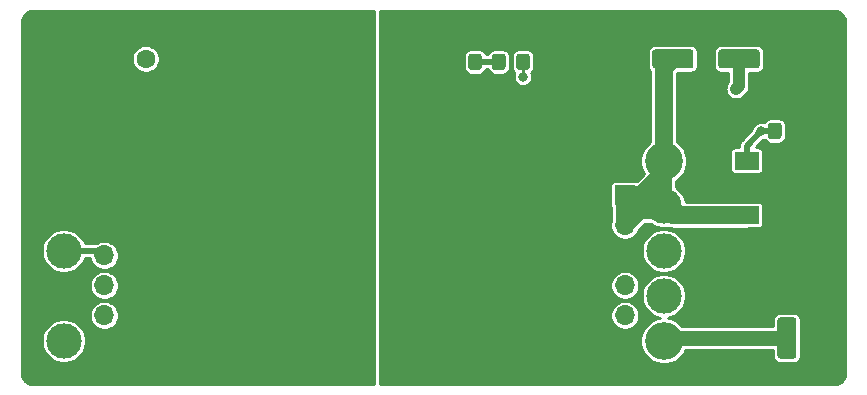
<source format=gbr>
%TF.GenerationSoftware,KiCad,Pcbnew,(5.1.12)-1*%
%TF.CreationDate,2022-03-31T08:39:47-05:00*%
%TF.ProjectId,Power_Board,506f7765-725f-4426-9f61-72642e6b6963,rev?*%
%TF.SameCoordinates,Original*%
%TF.FileFunction,Copper,L1,Top*%
%TF.FilePolarity,Positive*%
%FSLAX46Y46*%
G04 Gerber Fmt 4.6, Leading zero omitted, Abs format (unit mm)*
G04 Created by KiCad (PCBNEW (5.1.12)-1) date 2022-03-31 08:39:47*
%MOMM*%
%LPD*%
G01*
G04 APERTURE LIST*
%TA.AperFunction,SMDPad,CuDef*%
%ADD10R,2.000000X3.800000*%
%TD*%
%TA.AperFunction,SMDPad,CuDef*%
%ADD11R,2.000000X1.500000*%
%TD*%
%TA.AperFunction,ComponentPad*%
%ADD12C,3.000000*%
%TD*%
%TA.AperFunction,ComponentPad*%
%ADD13C,3.200000*%
%TD*%
%TA.AperFunction,ComponentPad*%
%ADD14R,1.600000X1.600000*%
%TD*%
%TA.AperFunction,ComponentPad*%
%ADD15C,1.600000*%
%TD*%
%TA.AperFunction,ComponentPad*%
%ADD16R,1.700000X1.700000*%
%TD*%
%TA.AperFunction,ComponentPad*%
%ADD17O,1.700000X1.700000*%
%TD*%
%TA.AperFunction,ViaPad*%
%ADD18C,0.800000*%
%TD*%
%TA.AperFunction,Conductor*%
%ADD19C,1.524000*%
%TD*%
%TA.AperFunction,Conductor*%
%ADD20C,1.270000*%
%TD*%
%TA.AperFunction,Conductor*%
%ADD21C,0.508000*%
%TD*%
%TA.AperFunction,Conductor*%
%ADD22C,0.254000*%
%TD*%
%TA.AperFunction,Conductor*%
%ADD23C,1.016000*%
%TD*%
%TA.AperFunction,Conductor*%
%ADD24C,0.100000*%
%TD*%
G04 APERTURE END LIST*
%TO.P,C10,2*%
%TO.N,GND*%
%TA.AperFunction,SMDPad,CuDef*%
G36*
G01*
X178493000Y-81337999D02*
X178493000Y-82238001D01*
G75*
G02*
X178243001Y-82488000I-249999J0D01*
G01*
X177592999Y-82488000D01*
G75*
G02*
X177343000Y-82238001I0J249999D01*
G01*
X177343000Y-81337999D01*
G75*
G02*
X177592999Y-81088000I249999J0D01*
G01*
X178243001Y-81088000D01*
G75*
G02*
X178493000Y-81337999I0J-249999D01*
G01*
G37*
%TD.AperFunction*%
%TO.P,C10,1*%
%TO.N,+3V3*%
%TA.AperFunction,SMDPad,CuDef*%
G36*
G01*
X180543000Y-81337999D02*
X180543000Y-82238001D01*
G75*
G02*
X180293001Y-82488000I-249999J0D01*
G01*
X179642999Y-82488000D01*
G75*
G02*
X179393000Y-82238001I0J249999D01*
G01*
X179393000Y-81337999D01*
G75*
G02*
X179642999Y-81088000I249999J0D01*
G01*
X180293001Y-81088000D01*
G75*
G02*
X180543000Y-81337999I0J-249999D01*
G01*
G37*
%TD.AperFunction*%
%TD*%
D10*
%TO.P,U4,2*%
%TO.N,+3V3*%
X181839000Y-86614000D03*
D11*
X175539000Y-86614000D03*
%TO.P,U4,3*%
%TO.N,+12V*%
X175539000Y-88914000D03*
%TO.P,U4,1*%
%TO.N,GND*%
X175539000Y-84314000D03*
%TD*%
D12*
%TO.P,U5,1*%
%TO.N,VOUT+*%
X117729000Y-84328000D03*
%TO.P,U5,2*%
%TO.N,PWRGD*%
X117729000Y-91948000D03*
%TO.P,U5,3*%
%TO.N,VOUT-*%
X117729000Y-99568000D03*
D13*
%TO.P,U5,4*%
%TO.N,GND*%
X168529000Y-99568000D03*
D12*
%TO.P,U5,5*%
X168529000Y-95758000D03*
%TO.P,U5,6*%
%TO.N,Net-(U5-Pad6)*%
X168529000Y-91948000D03*
%TO.P,U5,7*%
%TO.N,+12V*%
X168529000Y-88138000D03*
D13*
%TO.P,U5,8*%
X168529000Y-84328000D03*
%TD*%
%TO.P,C9,2*%
%TO.N,GND*%
%TA.AperFunction,SMDPad,CuDef*%
G36*
G01*
X178393000Y-97570000D02*
X179493000Y-97570000D01*
G75*
G02*
X179743000Y-97820000I0J-250000D01*
G01*
X179743000Y-100820000D01*
G75*
G02*
X179493000Y-101070000I-250000J0D01*
G01*
X178393000Y-101070000D01*
G75*
G02*
X178143000Y-100820000I0J250000D01*
G01*
X178143000Y-97820000D01*
G75*
G02*
X178393000Y-97570000I250000J0D01*
G01*
G37*
%TD.AperFunction*%
%TO.P,C9,1*%
%TO.N,+3V3*%
%TA.AperFunction,SMDPad,CuDef*%
G36*
G01*
X178393000Y-91970000D02*
X179493000Y-91970000D01*
G75*
G02*
X179743000Y-92220000I0J-250000D01*
G01*
X179743000Y-95220000D01*
G75*
G02*
X179493000Y-95470000I-250000J0D01*
G01*
X178393000Y-95470000D01*
G75*
G02*
X178143000Y-95220000I0J250000D01*
G01*
X178143000Y-92220000D01*
G75*
G02*
X178393000Y-91970000I250000J0D01*
G01*
G37*
%TD.AperFunction*%
%TD*%
D14*
%TO.P,C40,1*%
%TO.N,VOUT+*%
X121158000Y-75692000D03*
D15*
%TO.P,C40,2*%
%TO.N,VOUT-*%
X124658000Y-75692000D03*
%TD*%
%TO.P,D7,2*%
%TO.N,Net-(D7-Pad2)*%
%TA.AperFunction,SMDPad,CuDef*%
G36*
G01*
X155125000Y-75495999D02*
X155125000Y-76396001D01*
G75*
G02*
X154875001Y-76646000I-249999J0D01*
G01*
X154224999Y-76646000D01*
G75*
G02*
X153975000Y-76396001I0J249999D01*
G01*
X153975000Y-75495999D01*
G75*
G02*
X154224999Y-75246000I249999J0D01*
G01*
X154875001Y-75246000D01*
G75*
G02*
X155125000Y-75495999I0J-249999D01*
G01*
G37*
%TD.AperFunction*%
%TO.P,D7,1*%
%TO.N,GND*%
%TA.AperFunction,SMDPad,CuDef*%
G36*
G01*
X157175000Y-75495999D02*
X157175000Y-76396001D01*
G75*
G02*
X156925001Y-76646000I-249999J0D01*
G01*
X156274999Y-76646000D01*
G75*
G02*
X156025000Y-76396001I0J249999D01*
G01*
X156025000Y-75495999D01*
G75*
G02*
X156274999Y-75246000I249999J0D01*
G01*
X156925001Y-75246000D01*
G75*
G02*
X157175000Y-75495999I0J-249999D01*
G01*
G37*
%TD.AperFunction*%
%TD*%
%TO.P,R39,2*%
%TO.N,+3V3*%
%TA.AperFunction,SMDPad,CuDef*%
G36*
G01*
X151061000Y-75495999D02*
X151061000Y-76396001D01*
G75*
G02*
X150811001Y-76646000I-249999J0D01*
G01*
X150160999Y-76646000D01*
G75*
G02*
X149911000Y-76396001I0J249999D01*
G01*
X149911000Y-75495999D01*
G75*
G02*
X150160999Y-75246000I249999J0D01*
G01*
X150811001Y-75246000D01*
G75*
G02*
X151061000Y-75495999I0J-249999D01*
G01*
G37*
%TD.AperFunction*%
%TO.P,R39,1*%
%TO.N,Net-(D7-Pad2)*%
%TA.AperFunction,SMDPad,CuDef*%
G36*
G01*
X153111000Y-75495999D02*
X153111000Y-76396001D01*
G75*
G02*
X152861001Y-76646000I-249999J0D01*
G01*
X152210999Y-76646000D01*
G75*
G02*
X151961000Y-76396001I0J249999D01*
G01*
X151961000Y-75495999D01*
G75*
G02*
X152210999Y-75246000I249999J0D01*
G01*
X152861001Y-75246000D01*
G75*
G02*
X153111000Y-75495999I0J-249999D01*
G01*
G37*
%TD.AperFunction*%
%TD*%
%TO.P,C8,1*%
%TO.N,+12V*%
%TA.AperFunction,SMDPad,CuDef*%
G36*
G01*
X167535000Y-76242000D02*
X167535000Y-75142000D01*
G75*
G02*
X167785000Y-74892000I250000J0D01*
G01*
X170785000Y-74892000D01*
G75*
G02*
X171035000Y-75142000I0J-250000D01*
G01*
X171035000Y-76242000D01*
G75*
G02*
X170785000Y-76492000I-250000J0D01*
G01*
X167785000Y-76492000D01*
G75*
G02*
X167535000Y-76242000I0J250000D01*
G01*
G37*
%TD.AperFunction*%
%TO.P,C8,2*%
%TO.N,GND*%
%TA.AperFunction,SMDPad,CuDef*%
G36*
G01*
X173135000Y-76242000D02*
X173135000Y-75142000D01*
G75*
G02*
X173385000Y-74892000I250000J0D01*
G01*
X176385000Y-74892000D01*
G75*
G02*
X176635000Y-75142000I0J-250000D01*
G01*
X176635000Y-76242000D01*
G75*
G02*
X176385000Y-76492000I-250000J0D01*
G01*
X173385000Y-76492000D01*
G75*
G02*
X173135000Y-76242000I0J250000D01*
G01*
G37*
%TD.AperFunction*%
%TD*%
D16*
%TO.P,J5,1*%
%TO.N,VOUT+*%
X121158000Y-87249000D03*
D17*
%TO.P,J5,2*%
X121158000Y-89789000D03*
%TO.P,J5,3*%
%TO.N,PWRGD*%
X121158000Y-92329000D03*
%TO.P,J5,4*%
%TO.N,VOUT-*%
X121158000Y-94869000D03*
%TO.P,J5,5*%
X121158000Y-97409000D03*
%TD*%
%TO.P,J10,5*%
%TO.N,GND*%
X165227000Y-97409000D03*
%TO.P,J10,4*%
X165227000Y-94869000D03*
%TO.P,J10,3*%
%TO.N,+3V3*%
X165227000Y-92329000D03*
%TO.P,J10,2*%
%TO.N,+12V*%
X165227000Y-89789000D03*
D16*
%TO.P,J10,1*%
X165227000Y-87249000D03*
%TD*%
D18*
%TO.N,GND*%
X156591000Y-77216000D03*
X176784000Y-81788000D03*
X174625000Y-78232000D03*
%TD*%
D19*
%TO.N,+3V3*%
X175539000Y-86614000D02*
X181839000Y-86614000D01*
D20*
X179968000Y-84743000D02*
X181839000Y-86614000D01*
X179968000Y-81788000D02*
X179968000Y-84743000D01*
X181839000Y-90824000D02*
X178943000Y-93720000D01*
X181839000Y-86614000D02*
X181839000Y-90824000D01*
D21*
%TO.N,PWRGD*%
X120777000Y-91948000D02*
X121158000Y-92329000D01*
X117729000Y-91948000D02*
X120777000Y-91948000D01*
D20*
%TO.N,+12V*%
X168529000Y-84328000D02*
X168529000Y-88138000D01*
D19*
X169305000Y-88914000D02*
X175539000Y-88914000D01*
X168529000Y-88138000D02*
X169305000Y-88914000D01*
X168529000Y-76448000D02*
X169285000Y-75692000D01*
X168529000Y-84328000D02*
X168529000Y-76448000D01*
X165227000Y-87249000D02*
X165227000Y-89789000D01*
X167640000Y-87249000D02*
X168529000Y-88138000D01*
X165227000Y-87249000D02*
X167640000Y-87249000D01*
X165227000Y-87249000D02*
X166624000Y-87249000D01*
X168529000Y-85344000D02*
X168529000Y-84328000D01*
X166624000Y-87249000D02*
X168529000Y-85344000D01*
X165227000Y-89789000D02*
X166497000Y-88519000D01*
X168148000Y-88519000D02*
X168529000Y-88138000D01*
X166497000Y-88519000D02*
X168148000Y-88519000D01*
D22*
%TO.N,GND*%
X156600000Y-77207000D02*
X156591000Y-77216000D01*
X156600000Y-75946000D02*
X156600000Y-77207000D01*
D21*
X177918000Y-81788000D02*
X176784000Y-81788000D01*
X175539000Y-83033000D02*
X176784000Y-81788000D01*
X175539000Y-84314000D02*
X175539000Y-83033000D01*
D20*
X168777000Y-99320000D02*
X168529000Y-99568000D01*
X178943000Y-99320000D02*
X168777000Y-99320000D01*
D23*
X174885000Y-77972000D02*
X174625000Y-78232000D01*
X174885000Y-75692000D02*
X174885000Y-77972000D01*
D21*
%TO.N,Net-(D7-Pad2)*%
X152536000Y-75946000D02*
X154550000Y-75946000D01*
%TD*%
D22*
%TO.N,VOUT+*%
X144018000Y-103226000D02*
X115081854Y-103226000D01*
X114894559Y-103207636D01*
X114733497Y-103159008D01*
X114584949Y-103080023D01*
X114454570Y-102973689D01*
X114347326Y-102844054D01*
X114267305Y-102696058D01*
X114217554Y-102535339D01*
X114198000Y-102349293D01*
X114198000Y-99382738D01*
X115848000Y-99382738D01*
X115848000Y-99753262D01*
X115920286Y-100116667D01*
X116062080Y-100458987D01*
X116267932Y-100767067D01*
X116529933Y-101029068D01*
X116838013Y-101234920D01*
X117180333Y-101376714D01*
X117543738Y-101449000D01*
X117914262Y-101449000D01*
X118277667Y-101376714D01*
X118619987Y-101234920D01*
X118928067Y-101029068D01*
X119190068Y-100767067D01*
X119395920Y-100458987D01*
X119537714Y-100116667D01*
X119610000Y-99753262D01*
X119610000Y-99382738D01*
X119537714Y-99019333D01*
X119395920Y-98677013D01*
X119190068Y-98368933D01*
X118928067Y-98106932D01*
X118619987Y-97901080D01*
X118277667Y-97759286D01*
X117914262Y-97687000D01*
X117543738Y-97687000D01*
X117180333Y-97759286D01*
X116838013Y-97901080D01*
X116529933Y-98106932D01*
X116267932Y-98368933D01*
X116062080Y-98677013D01*
X115920286Y-99019333D01*
X115848000Y-99382738D01*
X114198000Y-99382738D01*
X114198000Y-97287757D01*
X119927000Y-97287757D01*
X119927000Y-97530243D01*
X119974307Y-97768069D01*
X120067102Y-97992097D01*
X120201820Y-98193717D01*
X120373283Y-98365180D01*
X120574903Y-98499898D01*
X120798931Y-98592693D01*
X121036757Y-98640000D01*
X121279243Y-98640000D01*
X121517069Y-98592693D01*
X121741097Y-98499898D01*
X121942717Y-98365180D01*
X122114180Y-98193717D01*
X122248898Y-97992097D01*
X122341693Y-97768069D01*
X122389000Y-97530243D01*
X122389000Y-97287757D01*
X122341693Y-97049931D01*
X122248898Y-96825903D01*
X122114180Y-96624283D01*
X121942717Y-96452820D01*
X121741097Y-96318102D01*
X121517069Y-96225307D01*
X121279243Y-96178000D01*
X121036757Y-96178000D01*
X120798931Y-96225307D01*
X120574903Y-96318102D01*
X120373283Y-96452820D01*
X120201820Y-96624283D01*
X120067102Y-96825903D01*
X119974307Y-97049931D01*
X119927000Y-97287757D01*
X114198000Y-97287757D01*
X114198000Y-94747757D01*
X119927000Y-94747757D01*
X119927000Y-94990243D01*
X119974307Y-95228069D01*
X120067102Y-95452097D01*
X120201820Y-95653717D01*
X120373283Y-95825180D01*
X120574903Y-95959898D01*
X120798931Y-96052693D01*
X121036757Y-96100000D01*
X121279243Y-96100000D01*
X121517069Y-96052693D01*
X121741097Y-95959898D01*
X121942717Y-95825180D01*
X122114180Y-95653717D01*
X122248898Y-95452097D01*
X122341693Y-95228069D01*
X122389000Y-94990243D01*
X122389000Y-94747757D01*
X122341693Y-94509931D01*
X122248898Y-94285903D01*
X122114180Y-94084283D01*
X121942717Y-93912820D01*
X121741097Y-93778102D01*
X121517069Y-93685307D01*
X121279243Y-93638000D01*
X121036757Y-93638000D01*
X120798931Y-93685307D01*
X120574903Y-93778102D01*
X120373283Y-93912820D01*
X120201820Y-94084283D01*
X120067102Y-94285903D01*
X119974307Y-94509931D01*
X119927000Y-94747757D01*
X114198000Y-94747757D01*
X114198000Y-91762738D01*
X115848000Y-91762738D01*
X115848000Y-92133262D01*
X115920286Y-92496667D01*
X116062080Y-92838987D01*
X116267932Y-93147067D01*
X116529933Y-93409068D01*
X116838013Y-93614920D01*
X117180333Y-93756714D01*
X117543738Y-93829000D01*
X117914262Y-93829000D01*
X118277667Y-93756714D01*
X118619987Y-93614920D01*
X118928067Y-93409068D01*
X119190068Y-93147067D01*
X119395920Y-92838987D01*
X119501954Y-92583000D01*
X119953407Y-92583000D01*
X119974307Y-92688069D01*
X120067102Y-92912097D01*
X120201820Y-93113717D01*
X120373283Y-93285180D01*
X120574903Y-93419898D01*
X120798931Y-93512693D01*
X121036757Y-93560000D01*
X121279243Y-93560000D01*
X121517069Y-93512693D01*
X121741097Y-93419898D01*
X121942717Y-93285180D01*
X122114180Y-93113717D01*
X122248898Y-92912097D01*
X122341693Y-92688069D01*
X122389000Y-92450243D01*
X122389000Y-92207757D01*
X122341693Y-91969931D01*
X122248898Y-91745903D01*
X122114180Y-91544283D01*
X121942717Y-91372820D01*
X121741097Y-91238102D01*
X121517069Y-91145307D01*
X121279243Y-91098000D01*
X121036757Y-91098000D01*
X120798931Y-91145307D01*
X120574903Y-91238102D01*
X120462810Y-91313000D01*
X119501954Y-91313000D01*
X119395920Y-91057013D01*
X119190068Y-90748933D01*
X118928067Y-90486932D01*
X118619987Y-90281080D01*
X118277667Y-90139286D01*
X117914262Y-90067000D01*
X117543738Y-90067000D01*
X117180333Y-90139286D01*
X116838013Y-90281080D01*
X116529933Y-90486932D01*
X116267932Y-90748933D01*
X116062080Y-91057013D01*
X115920286Y-91399333D01*
X115848000Y-91762738D01*
X114198000Y-91762738D01*
X114198000Y-75575682D01*
X123477000Y-75575682D01*
X123477000Y-75808318D01*
X123522386Y-76036485D01*
X123611412Y-76251413D01*
X123740658Y-76444843D01*
X123905157Y-76609342D01*
X124098587Y-76738588D01*
X124313515Y-76827614D01*
X124541682Y-76873000D01*
X124774318Y-76873000D01*
X125002485Y-76827614D01*
X125217413Y-76738588D01*
X125410843Y-76609342D01*
X125575342Y-76444843D01*
X125704588Y-76251413D01*
X125793614Y-76036485D01*
X125839000Y-75808318D01*
X125839000Y-75575682D01*
X125793614Y-75347515D01*
X125704588Y-75132587D01*
X125575342Y-74939157D01*
X125410843Y-74774658D01*
X125217413Y-74645412D01*
X125002485Y-74556386D01*
X124774318Y-74511000D01*
X124541682Y-74511000D01*
X124313515Y-74556386D01*
X124098587Y-74645412D01*
X123905157Y-74774658D01*
X123740658Y-74939157D01*
X123611412Y-75132587D01*
X123522386Y-75347515D01*
X123477000Y-75575682D01*
X114198000Y-75575682D01*
X114198000Y-72536854D01*
X114216364Y-72349559D01*
X114264992Y-72188499D01*
X114343979Y-72039946D01*
X114450310Y-71909570D01*
X114579946Y-71802326D01*
X114727942Y-71722305D01*
X114888661Y-71672554D01*
X115074707Y-71653000D01*
X144018000Y-71653000D01*
X144018000Y-103226000D01*
%TA.AperFunction,Conductor*%
D24*
G36*
X144018000Y-103226000D02*
G01*
X115081854Y-103226000D01*
X114894559Y-103207636D01*
X114733497Y-103159008D01*
X114584949Y-103080023D01*
X114454570Y-102973689D01*
X114347326Y-102844054D01*
X114267305Y-102696058D01*
X114217554Y-102535339D01*
X114198000Y-102349293D01*
X114198000Y-99382738D01*
X115848000Y-99382738D01*
X115848000Y-99753262D01*
X115920286Y-100116667D01*
X116062080Y-100458987D01*
X116267932Y-100767067D01*
X116529933Y-101029068D01*
X116838013Y-101234920D01*
X117180333Y-101376714D01*
X117543738Y-101449000D01*
X117914262Y-101449000D01*
X118277667Y-101376714D01*
X118619987Y-101234920D01*
X118928067Y-101029068D01*
X119190068Y-100767067D01*
X119395920Y-100458987D01*
X119537714Y-100116667D01*
X119610000Y-99753262D01*
X119610000Y-99382738D01*
X119537714Y-99019333D01*
X119395920Y-98677013D01*
X119190068Y-98368933D01*
X118928067Y-98106932D01*
X118619987Y-97901080D01*
X118277667Y-97759286D01*
X117914262Y-97687000D01*
X117543738Y-97687000D01*
X117180333Y-97759286D01*
X116838013Y-97901080D01*
X116529933Y-98106932D01*
X116267932Y-98368933D01*
X116062080Y-98677013D01*
X115920286Y-99019333D01*
X115848000Y-99382738D01*
X114198000Y-99382738D01*
X114198000Y-97287757D01*
X119927000Y-97287757D01*
X119927000Y-97530243D01*
X119974307Y-97768069D01*
X120067102Y-97992097D01*
X120201820Y-98193717D01*
X120373283Y-98365180D01*
X120574903Y-98499898D01*
X120798931Y-98592693D01*
X121036757Y-98640000D01*
X121279243Y-98640000D01*
X121517069Y-98592693D01*
X121741097Y-98499898D01*
X121942717Y-98365180D01*
X122114180Y-98193717D01*
X122248898Y-97992097D01*
X122341693Y-97768069D01*
X122389000Y-97530243D01*
X122389000Y-97287757D01*
X122341693Y-97049931D01*
X122248898Y-96825903D01*
X122114180Y-96624283D01*
X121942717Y-96452820D01*
X121741097Y-96318102D01*
X121517069Y-96225307D01*
X121279243Y-96178000D01*
X121036757Y-96178000D01*
X120798931Y-96225307D01*
X120574903Y-96318102D01*
X120373283Y-96452820D01*
X120201820Y-96624283D01*
X120067102Y-96825903D01*
X119974307Y-97049931D01*
X119927000Y-97287757D01*
X114198000Y-97287757D01*
X114198000Y-94747757D01*
X119927000Y-94747757D01*
X119927000Y-94990243D01*
X119974307Y-95228069D01*
X120067102Y-95452097D01*
X120201820Y-95653717D01*
X120373283Y-95825180D01*
X120574903Y-95959898D01*
X120798931Y-96052693D01*
X121036757Y-96100000D01*
X121279243Y-96100000D01*
X121517069Y-96052693D01*
X121741097Y-95959898D01*
X121942717Y-95825180D01*
X122114180Y-95653717D01*
X122248898Y-95452097D01*
X122341693Y-95228069D01*
X122389000Y-94990243D01*
X122389000Y-94747757D01*
X122341693Y-94509931D01*
X122248898Y-94285903D01*
X122114180Y-94084283D01*
X121942717Y-93912820D01*
X121741097Y-93778102D01*
X121517069Y-93685307D01*
X121279243Y-93638000D01*
X121036757Y-93638000D01*
X120798931Y-93685307D01*
X120574903Y-93778102D01*
X120373283Y-93912820D01*
X120201820Y-94084283D01*
X120067102Y-94285903D01*
X119974307Y-94509931D01*
X119927000Y-94747757D01*
X114198000Y-94747757D01*
X114198000Y-91762738D01*
X115848000Y-91762738D01*
X115848000Y-92133262D01*
X115920286Y-92496667D01*
X116062080Y-92838987D01*
X116267932Y-93147067D01*
X116529933Y-93409068D01*
X116838013Y-93614920D01*
X117180333Y-93756714D01*
X117543738Y-93829000D01*
X117914262Y-93829000D01*
X118277667Y-93756714D01*
X118619987Y-93614920D01*
X118928067Y-93409068D01*
X119190068Y-93147067D01*
X119395920Y-92838987D01*
X119501954Y-92583000D01*
X119953407Y-92583000D01*
X119974307Y-92688069D01*
X120067102Y-92912097D01*
X120201820Y-93113717D01*
X120373283Y-93285180D01*
X120574903Y-93419898D01*
X120798931Y-93512693D01*
X121036757Y-93560000D01*
X121279243Y-93560000D01*
X121517069Y-93512693D01*
X121741097Y-93419898D01*
X121942717Y-93285180D01*
X122114180Y-93113717D01*
X122248898Y-92912097D01*
X122341693Y-92688069D01*
X122389000Y-92450243D01*
X122389000Y-92207757D01*
X122341693Y-91969931D01*
X122248898Y-91745903D01*
X122114180Y-91544283D01*
X121942717Y-91372820D01*
X121741097Y-91238102D01*
X121517069Y-91145307D01*
X121279243Y-91098000D01*
X121036757Y-91098000D01*
X120798931Y-91145307D01*
X120574903Y-91238102D01*
X120462810Y-91313000D01*
X119501954Y-91313000D01*
X119395920Y-91057013D01*
X119190068Y-90748933D01*
X118928067Y-90486932D01*
X118619987Y-90281080D01*
X118277667Y-90139286D01*
X117914262Y-90067000D01*
X117543738Y-90067000D01*
X117180333Y-90139286D01*
X116838013Y-90281080D01*
X116529933Y-90486932D01*
X116267932Y-90748933D01*
X116062080Y-91057013D01*
X115920286Y-91399333D01*
X115848000Y-91762738D01*
X114198000Y-91762738D01*
X114198000Y-75575682D01*
X123477000Y-75575682D01*
X123477000Y-75808318D01*
X123522386Y-76036485D01*
X123611412Y-76251413D01*
X123740658Y-76444843D01*
X123905157Y-76609342D01*
X124098587Y-76738588D01*
X124313515Y-76827614D01*
X124541682Y-76873000D01*
X124774318Y-76873000D01*
X125002485Y-76827614D01*
X125217413Y-76738588D01*
X125410843Y-76609342D01*
X125575342Y-76444843D01*
X125704588Y-76251413D01*
X125793614Y-76036485D01*
X125839000Y-75808318D01*
X125839000Y-75575682D01*
X125793614Y-75347515D01*
X125704588Y-75132587D01*
X125575342Y-74939157D01*
X125410843Y-74774658D01*
X125217413Y-74645412D01*
X125002485Y-74556386D01*
X124774318Y-74511000D01*
X124541682Y-74511000D01*
X124313515Y-74556386D01*
X124098587Y-74645412D01*
X123905157Y-74774658D01*
X123740658Y-74939157D01*
X123611412Y-75132587D01*
X123522386Y-75347515D01*
X123477000Y-75575682D01*
X114198000Y-75575682D01*
X114198000Y-72536854D01*
X114216364Y-72349559D01*
X114264992Y-72188499D01*
X114343979Y-72039946D01*
X114450310Y-71909570D01*
X114579946Y-71802326D01*
X114727942Y-71722305D01*
X114888661Y-71672554D01*
X115074707Y-71653000D01*
X144018000Y-71653000D01*
X144018000Y-103226000D01*
G37*
%TD.AperFunction*%
%TD*%
D22*
%TO.N,+3V3*%
X183174441Y-71671364D02*
X183335501Y-71719992D01*
X183484054Y-71798979D01*
X183614430Y-71905310D01*
X183721674Y-72034946D01*
X183801695Y-72182942D01*
X183851446Y-72343661D01*
X183871001Y-72529716D01*
X183871000Y-102342146D01*
X183852636Y-102529441D01*
X183804008Y-102690503D01*
X183725023Y-102839051D01*
X183618689Y-102969430D01*
X183489054Y-103076674D01*
X183341058Y-103156695D01*
X183180339Y-103206446D01*
X182994293Y-103226000D01*
X144526000Y-103226000D01*
X144526000Y-99372889D01*
X166548000Y-99372889D01*
X166548000Y-99763111D01*
X166624129Y-100145836D01*
X166773461Y-100506355D01*
X166990257Y-100830814D01*
X167266186Y-101106743D01*
X167590645Y-101323539D01*
X167951164Y-101472871D01*
X168333889Y-101549000D01*
X168724111Y-101549000D01*
X169106836Y-101472871D01*
X169467355Y-101323539D01*
X169791814Y-101106743D01*
X170067743Y-100830814D01*
X170284539Y-100506355D01*
X170355102Y-100336000D01*
X177760157Y-100336000D01*
X177760157Y-100820000D01*
X177772317Y-100943462D01*
X177808329Y-101062179D01*
X177866810Y-101171589D01*
X177945512Y-101267488D01*
X178041411Y-101346190D01*
X178150821Y-101404671D01*
X178269538Y-101440683D01*
X178393000Y-101452843D01*
X179493000Y-101452843D01*
X179616462Y-101440683D01*
X179735179Y-101404671D01*
X179844589Y-101346190D01*
X179940488Y-101267488D01*
X180019190Y-101171589D01*
X180077671Y-101062179D01*
X180113683Y-100943462D01*
X180125843Y-100820000D01*
X180125843Y-97820000D01*
X180113683Y-97696538D01*
X180077671Y-97577821D01*
X180019190Y-97468411D01*
X179940488Y-97372512D01*
X179844589Y-97293810D01*
X179735179Y-97235329D01*
X179616462Y-97199317D01*
X179493000Y-97187157D01*
X178393000Y-97187157D01*
X178269538Y-97199317D01*
X178150821Y-97235329D01*
X178041411Y-97293810D01*
X177945512Y-97372512D01*
X177866810Y-97468411D01*
X177808329Y-97577821D01*
X177772317Y-97696538D01*
X177760157Y-97820000D01*
X177760157Y-98304000D01*
X170066557Y-98304000D01*
X169791814Y-98029257D01*
X169467355Y-97812461D01*
X169106836Y-97663129D01*
X168849897Y-97612020D01*
X169077667Y-97566714D01*
X169419987Y-97424920D01*
X169728067Y-97219068D01*
X169990068Y-96957067D01*
X170195920Y-96648987D01*
X170337714Y-96306667D01*
X170410000Y-95943262D01*
X170410000Y-95572738D01*
X170337714Y-95209333D01*
X170195920Y-94867013D01*
X169990068Y-94558933D01*
X169728067Y-94296932D01*
X169419987Y-94091080D01*
X169077667Y-93949286D01*
X168714262Y-93877000D01*
X168343738Y-93877000D01*
X167980333Y-93949286D01*
X167638013Y-94091080D01*
X167329933Y-94296932D01*
X167067932Y-94558933D01*
X166862080Y-94867013D01*
X166720286Y-95209333D01*
X166648000Y-95572738D01*
X166648000Y-95943262D01*
X166720286Y-96306667D01*
X166862080Y-96648987D01*
X167067932Y-96957067D01*
X167329933Y-97219068D01*
X167638013Y-97424920D01*
X167980333Y-97566714D01*
X168208103Y-97612020D01*
X167951164Y-97663129D01*
X167590645Y-97812461D01*
X167266186Y-98029257D01*
X166990257Y-98305186D01*
X166773461Y-98629645D01*
X166624129Y-98990164D01*
X166548000Y-99372889D01*
X144526000Y-99372889D01*
X144526000Y-97287757D01*
X163996000Y-97287757D01*
X163996000Y-97530243D01*
X164043307Y-97768069D01*
X164136102Y-97992097D01*
X164270820Y-98193717D01*
X164442283Y-98365180D01*
X164643903Y-98499898D01*
X164867931Y-98592693D01*
X165105757Y-98640000D01*
X165348243Y-98640000D01*
X165586069Y-98592693D01*
X165810097Y-98499898D01*
X166011717Y-98365180D01*
X166183180Y-98193717D01*
X166317898Y-97992097D01*
X166410693Y-97768069D01*
X166458000Y-97530243D01*
X166458000Y-97287757D01*
X166410693Y-97049931D01*
X166317898Y-96825903D01*
X166183180Y-96624283D01*
X166011717Y-96452820D01*
X165810097Y-96318102D01*
X165586069Y-96225307D01*
X165348243Y-96178000D01*
X165105757Y-96178000D01*
X164867931Y-96225307D01*
X164643903Y-96318102D01*
X164442283Y-96452820D01*
X164270820Y-96624283D01*
X164136102Y-96825903D01*
X164043307Y-97049931D01*
X163996000Y-97287757D01*
X144526000Y-97287757D01*
X144526000Y-94747757D01*
X163996000Y-94747757D01*
X163996000Y-94990243D01*
X164043307Y-95228069D01*
X164136102Y-95452097D01*
X164270820Y-95653717D01*
X164442283Y-95825180D01*
X164643903Y-95959898D01*
X164867931Y-96052693D01*
X165105757Y-96100000D01*
X165348243Y-96100000D01*
X165586069Y-96052693D01*
X165810097Y-95959898D01*
X166011717Y-95825180D01*
X166183180Y-95653717D01*
X166317898Y-95452097D01*
X166410693Y-95228069D01*
X166458000Y-94990243D01*
X166458000Y-94747757D01*
X166410693Y-94509931D01*
X166317898Y-94285903D01*
X166183180Y-94084283D01*
X166011717Y-93912820D01*
X165810097Y-93778102D01*
X165586069Y-93685307D01*
X165348243Y-93638000D01*
X165105757Y-93638000D01*
X164867931Y-93685307D01*
X164643903Y-93778102D01*
X164442283Y-93912820D01*
X164270820Y-94084283D01*
X164136102Y-94285903D01*
X164043307Y-94509931D01*
X163996000Y-94747757D01*
X144526000Y-94747757D01*
X144526000Y-91762738D01*
X166648000Y-91762738D01*
X166648000Y-92133262D01*
X166720286Y-92496667D01*
X166862080Y-92838987D01*
X167067932Y-93147067D01*
X167329933Y-93409068D01*
X167638013Y-93614920D01*
X167980333Y-93756714D01*
X168343738Y-93829000D01*
X168714262Y-93829000D01*
X169077667Y-93756714D01*
X169419987Y-93614920D01*
X169728067Y-93409068D01*
X169990068Y-93147067D01*
X170195920Y-92838987D01*
X170337714Y-92496667D01*
X170410000Y-92133262D01*
X170410000Y-91762738D01*
X170337714Y-91399333D01*
X170195920Y-91057013D01*
X169990068Y-90748933D01*
X169728067Y-90486932D01*
X169419987Y-90281080D01*
X169077667Y-90139286D01*
X168714262Y-90067000D01*
X168343738Y-90067000D01*
X167980333Y-90139286D01*
X167638013Y-90281080D01*
X167329933Y-90486932D01*
X167067932Y-90748933D01*
X166862080Y-91057013D01*
X166720286Y-91399333D01*
X166648000Y-91762738D01*
X144526000Y-91762738D01*
X144526000Y-86399000D01*
X163994157Y-86399000D01*
X163994157Y-88099000D01*
X164001513Y-88173689D01*
X164023299Y-88245508D01*
X164058678Y-88311696D01*
X164084000Y-88342552D01*
X164084001Y-89331687D01*
X164043307Y-89429931D01*
X163996000Y-89667757D01*
X163996000Y-89910243D01*
X164043307Y-90148069D01*
X164136102Y-90372097D01*
X164270820Y-90573717D01*
X164442283Y-90745180D01*
X164643903Y-90879898D01*
X164867931Y-90972693D01*
X165105757Y-91020000D01*
X165348243Y-91020000D01*
X165586069Y-90972693D01*
X165810097Y-90879898D01*
X166011717Y-90745180D01*
X166183180Y-90573717D01*
X166317898Y-90372097D01*
X166358591Y-90273854D01*
X166970446Y-89662000D01*
X167424118Y-89662000D01*
X167638013Y-89804920D01*
X167980333Y-89946714D01*
X168343738Y-90019000D01*
X168714262Y-90019000D01*
X168892989Y-89983449D01*
X169080932Y-90040461D01*
X169101517Y-90042488D01*
X169248854Y-90057000D01*
X169248861Y-90057000D01*
X169305000Y-90062529D01*
X169361139Y-90057000D01*
X175595146Y-90057000D01*
X175698270Y-90046843D01*
X176539000Y-90046843D01*
X176613689Y-90039487D01*
X176685508Y-90017701D01*
X176751696Y-89982322D01*
X176809711Y-89934711D01*
X176857322Y-89876696D01*
X176892701Y-89810508D01*
X176914487Y-89738689D01*
X176921843Y-89664000D01*
X176921843Y-88164000D01*
X176914487Y-88089311D01*
X176892701Y-88017492D01*
X176857322Y-87951304D01*
X176809711Y-87893289D01*
X176751696Y-87845678D01*
X176685508Y-87810299D01*
X176613689Y-87788513D01*
X176539000Y-87781157D01*
X175698270Y-87781157D01*
X175595146Y-87771000D01*
X170373850Y-87771000D01*
X170337714Y-87589333D01*
X170195920Y-87247013D01*
X169990068Y-86938933D01*
X169728067Y-86676932D01*
X169545000Y-86554611D01*
X169545000Y-86031658D01*
X169791814Y-85866743D01*
X170067743Y-85590814D01*
X170284539Y-85266355D01*
X170433871Y-84905836D01*
X170510000Y-84523111D01*
X170510000Y-84132889D01*
X170433871Y-83750164D01*
X170356760Y-83564000D01*
X174156157Y-83564000D01*
X174156157Y-85064000D01*
X174163513Y-85138689D01*
X174185299Y-85210508D01*
X174220678Y-85276696D01*
X174268289Y-85334711D01*
X174326304Y-85382322D01*
X174392492Y-85417701D01*
X174464311Y-85439487D01*
X174539000Y-85446843D01*
X176539000Y-85446843D01*
X176613689Y-85439487D01*
X176685508Y-85417701D01*
X176751696Y-85382322D01*
X176809711Y-85334711D01*
X176857322Y-85276696D01*
X176892701Y-85210508D01*
X176914487Y-85138689D01*
X176921843Y-85064000D01*
X176921843Y-83564000D01*
X176914487Y-83489311D01*
X176892701Y-83417492D01*
X176857322Y-83351304D01*
X176809711Y-83293289D01*
X176751696Y-83245678D01*
X176685508Y-83210299D01*
X176613689Y-83188513D01*
X176539000Y-83181157D01*
X176288867Y-83181157D01*
X176910982Y-82559042D01*
X177011809Y-82538987D01*
X177034695Y-82529507D01*
X177066810Y-82589589D01*
X177145512Y-82685488D01*
X177241411Y-82764190D01*
X177350821Y-82822671D01*
X177469538Y-82858683D01*
X177592999Y-82870843D01*
X178243001Y-82870843D01*
X178366462Y-82858683D01*
X178485179Y-82822671D01*
X178594589Y-82764190D01*
X178690488Y-82685488D01*
X178769190Y-82589589D01*
X178827671Y-82480179D01*
X178863683Y-82361462D01*
X178875843Y-82238001D01*
X178875843Y-81337999D01*
X178863683Y-81214538D01*
X178827671Y-81095821D01*
X178769190Y-80986411D01*
X178690488Y-80890512D01*
X178594589Y-80811810D01*
X178485179Y-80753329D01*
X178366462Y-80717317D01*
X178243001Y-80705157D01*
X177592999Y-80705157D01*
X177469538Y-80717317D01*
X177350821Y-80753329D01*
X177241411Y-80811810D01*
X177145512Y-80890512D01*
X177066810Y-80986411D01*
X177034695Y-81046493D01*
X177011809Y-81037013D01*
X176860922Y-81007000D01*
X176707078Y-81007000D01*
X176556191Y-81037013D01*
X176414058Y-81095887D01*
X176286141Y-81181358D01*
X176177358Y-81290141D01*
X176091887Y-81418058D01*
X176033013Y-81560191D01*
X176012958Y-81661018D01*
X175112046Y-82561930D01*
X175087816Y-82581815D01*
X175067932Y-82606044D01*
X175008463Y-82678507D01*
X174949498Y-82788821D01*
X174913189Y-82908519D01*
X174900929Y-83033000D01*
X174904001Y-83064191D01*
X174904001Y-83181157D01*
X174539000Y-83181157D01*
X174464311Y-83188513D01*
X174392492Y-83210299D01*
X174326304Y-83245678D01*
X174268289Y-83293289D01*
X174220678Y-83351304D01*
X174185299Y-83417492D01*
X174163513Y-83489311D01*
X174156157Y-83564000D01*
X170356760Y-83564000D01*
X170284539Y-83389645D01*
X170067743Y-83065186D01*
X169791814Y-82789257D01*
X169672000Y-82709200D01*
X169672000Y-76921445D01*
X169718602Y-76874843D01*
X170785000Y-76874843D01*
X170908462Y-76862683D01*
X171027179Y-76826671D01*
X171136589Y-76768190D01*
X171232488Y-76689488D01*
X171311190Y-76593589D01*
X171369671Y-76484179D01*
X171405683Y-76365462D01*
X171417843Y-76242000D01*
X171417843Y-75142000D01*
X172752157Y-75142000D01*
X172752157Y-76242000D01*
X172764317Y-76365462D01*
X172800329Y-76484179D01*
X172858810Y-76593589D01*
X172937512Y-76689488D01*
X173033411Y-76768190D01*
X173142821Y-76826671D01*
X173261538Y-76862683D01*
X173385000Y-76874843D01*
X173996001Y-76874843D01*
X173996001Y-77603764D01*
X173965505Y-77634260D01*
X173882248Y-77735709D01*
X173799698Y-77890148D01*
X173748864Y-78057726D01*
X173731700Y-78232000D01*
X173748864Y-78406274D01*
X173799698Y-78573852D01*
X173882248Y-78728291D01*
X173993341Y-78863659D01*
X174128709Y-78974752D01*
X174283148Y-79057302D01*
X174450726Y-79108136D01*
X174625000Y-79125300D01*
X174799274Y-79108136D01*
X174966852Y-79057302D01*
X175121291Y-78974752D01*
X175222740Y-78891495D01*
X175482736Y-78631499D01*
X175516659Y-78603659D01*
X175627753Y-78468291D01*
X175710303Y-78313851D01*
X175749305Y-78185277D01*
X175761136Y-78146275D01*
X175778301Y-77972000D01*
X175774000Y-77928332D01*
X175774000Y-76874843D01*
X176385000Y-76874843D01*
X176508462Y-76862683D01*
X176627179Y-76826671D01*
X176736589Y-76768190D01*
X176832488Y-76689488D01*
X176911190Y-76593589D01*
X176969671Y-76484179D01*
X177005683Y-76365462D01*
X177017843Y-76242000D01*
X177017843Y-75142000D01*
X177005683Y-75018538D01*
X176969671Y-74899821D01*
X176911190Y-74790411D01*
X176832488Y-74694512D01*
X176736589Y-74615810D01*
X176627179Y-74557329D01*
X176508462Y-74521317D01*
X176385000Y-74509157D01*
X173385000Y-74509157D01*
X173261538Y-74521317D01*
X173142821Y-74557329D01*
X173033411Y-74615810D01*
X172937512Y-74694512D01*
X172858810Y-74790411D01*
X172800329Y-74899821D01*
X172764317Y-75018538D01*
X172752157Y-75142000D01*
X171417843Y-75142000D01*
X171405683Y-75018538D01*
X171369671Y-74899821D01*
X171311190Y-74790411D01*
X171232488Y-74694512D01*
X171136589Y-74615810D01*
X171027179Y-74557329D01*
X170908462Y-74521317D01*
X170785000Y-74509157D01*
X167785000Y-74509157D01*
X167661538Y-74521317D01*
X167542821Y-74557329D01*
X167433411Y-74615810D01*
X167337512Y-74694512D01*
X167258810Y-74790411D01*
X167200329Y-74899821D01*
X167164317Y-75018538D01*
X167152157Y-75142000D01*
X167152157Y-76242000D01*
X167164317Y-76365462D01*
X167200329Y-76484179D01*
X167258810Y-76593589D01*
X167337512Y-76689488D01*
X167386001Y-76729282D01*
X167386000Y-82709200D01*
X167266186Y-82789257D01*
X166990257Y-83065186D01*
X166773461Y-83389645D01*
X166624129Y-83750164D01*
X166548000Y-84132889D01*
X166548000Y-84523111D01*
X166624129Y-84905836D01*
X166773461Y-85266355D01*
X166860274Y-85396280D01*
X166214107Y-86042447D01*
X166151689Y-86023513D01*
X166077000Y-86016157D01*
X164377000Y-86016157D01*
X164302311Y-86023513D01*
X164230492Y-86045299D01*
X164164304Y-86080678D01*
X164106289Y-86128289D01*
X164058678Y-86186304D01*
X164023299Y-86252492D01*
X164001513Y-86324311D01*
X163994157Y-86399000D01*
X144526000Y-86399000D01*
X144526000Y-75495999D01*
X151578157Y-75495999D01*
X151578157Y-76396001D01*
X151590317Y-76519462D01*
X151626329Y-76638179D01*
X151684810Y-76747589D01*
X151763512Y-76843488D01*
X151859411Y-76922190D01*
X151968821Y-76980671D01*
X152087538Y-77016683D01*
X152210999Y-77028843D01*
X152861001Y-77028843D01*
X152984462Y-77016683D01*
X153103179Y-76980671D01*
X153212589Y-76922190D01*
X153308488Y-76843488D01*
X153387190Y-76747589D01*
X153445671Y-76638179D01*
X153463016Y-76581000D01*
X153622984Y-76581000D01*
X153640329Y-76638179D01*
X153698810Y-76747589D01*
X153777512Y-76843488D01*
X153873411Y-76922190D01*
X153982821Y-76980671D01*
X154101538Y-77016683D01*
X154224999Y-77028843D01*
X154875001Y-77028843D01*
X154998462Y-77016683D01*
X155117179Y-76980671D01*
X155226589Y-76922190D01*
X155322488Y-76843488D01*
X155401190Y-76747589D01*
X155459671Y-76638179D01*
X155495683Y-76519462D01*
X155507843Y-76396001D01*
X155507843Y-75495999D01*
X155642157Y-75495999D01*
X155642157Y-76396001D01*
X155654317Y-76519462D01*
X155690329Y-76638179D01*
X155748810Y-76747589D01*
X155827512Y-76843488D01*
X155881574Y-76887855D01*
X155840013Y-76988191D01*
X155810000Y-77139078D01*
X155810000Y-77292922D01*
X155840013Y-77443809D01*
X155898887Y-77585942D01*
X155984358Y-77713859D01*
X156093141Y-77822642D01*
X156221058Y-77908113D01*
X156363191Y-77966987D01*
X156514078Y-77997000D01*
X156667922Y-77997000D01*
X156818809Y-77966987D01*
X156960942Y-77908113D01*
X157088859Y-77822642D01*
X157197642Y-77713859D01*
X157283113Y-77585942D01*
X157341987Y-77443809D01*
X157372000Y-77292922D01*
X157372000Y-77139078D01*
X157341987Y-76988191D01*
X157304993Y-76898880D01*
X157372488Y-76843488D01*
X157451190Y-76747589D01*
X157509671Y-76638179D01*
X157545683Y-76519462D01*
X157557843Y-76396001D01*
X157557843Y-75495999D01*
X157545683Y-75372538D01*
X157509671Y-75253821D01*
X157451190Y-75144411D01*
X157372488Y-75048512D01*
X157276589Y-74969810D01*
X157167179Y-74911329D01*
X157048462Y-74875317D01*
X156925001Y-74863157D01*
X156274999Y-74863157D01*
X156151538Y-74875317D01*
X156032821Y-74911329D01*
X155923411Y-74969810D01*
X155827512Y-75048512D01*
X155748810Y-75144411D01*
X155690329Y-75253821D01*
X155654317Y-75372538D01*
X155642157Y-75495999D01*
X155507843Y-75495999D01*
X155495683Y-75372538D01*
X155459671Y-75253821D01*
X155401190Y-75144411D01*
X155322488Y-75048512D01*
X155226589Y-74969810D01*
X155117179Y-74911329D01*
X154998462Y-74875317D01*
X154875001Y-74863157D01*
X154224999Y-74863157D01*
X154101538Y-74875317D01*
X153982821Y-74911329D01*
X153873411Y-74969810D01*
X153777512Y-75048512D01*
X153698810Y-75144411D01*
X153640329Y-75253821D01*
X153622984Y-75311000D01*
X153463016Y-75311000D01*
X153445671Y-75253821D01*
X153387190Y-75144411D01*
X153308488Y-75048512D01*
X153212589Y-74969810D01*
X153103179Y-74911329D01*
X152984462Y-74875317D01*
X152861001Y-74863157D01*
X152210999Y-74863157D01*
X152087538Y-74875317D01*
X151968821Y-74911329D01*
X151859411Y-74969810D01*
X151763512Y-75048512D01*
X151684810Y-75144411D01*
X151626329Y-75253821D01*
X151590317Y-75372538D01*
X151578157Y-75495999D01*
X144526000Y-75495999D01*
X144526000Y-71653000D01*
X182987146Y-71653000D01*
X183174441Y-71671364D01*
%TA.AperFunction,Conductor*%
D24*
G36*
X183174441Y-71671364D02*
G01*
X183335501Y-71719992D01*
X183484054Y-71798979D01*
X183614430Y-71905310D01*
X183721674Y-72034946D01*
X183801695Y-72182942D01*
X183851446Y-72343661D01*
X183871001Y-72529716D01*
X183871000Y-102342146D01*
X183852636Y-102529441D01*
X183804008Y-102690503D01*
X183725023Y-102839051D01*
X183618689Y-102969430D01*
X183489054Y-103076674D01*
X183341058Y-103156695D01*
X183180339Y-103206446D01*
X182994293Y-103226000D01*
X144526000Y-103226000D01*
X144526000Y-99372889D01*
X166548000Y-99372889D01*
X166548000Y-99763111D01*
X166624129Y-100145836D01*
X166773461Y-100506355D01*
X166990257Y-100830814D01*
X167266186Y-101106743D01*
X167590645Y-101323539D01*
X167951164Y-101472871D01*
X168333889Y-101549000D01*
X168724111Y-101549000D01*
X169106836Y-101472871D01*
X169467355Y-101323539D01*
X169791814Y-101106743D01*
X170067743Y-100830814D01*
X170284539Y-100506355D01*
X170355102Y-100336000D01*
X177760157Y-100336000D01*
X177760157Y-100820000D01*
X177772317Y-100943462D01*
X177808329Y-101062179D01*
X177866810Y-101171589D01*
X177945512Y-101267488D01*
X178041411Y-101346190D01*
X178150821Y-101404671D01*
X178269538Y-101440683D01*
X178393000Y-101452843D01*
X179493000Y-101452843D01*
X179616462Y-101440683D01*
X179735179Y-101404671D01*
X179844589Y-101346190D01*
X179940488Y-101267488D01*
X180019190Y-101171589D01*
X180077671Y-101062179D01*
X180113683Y-100943462D01*
X180125843Y-100820000D01*
X180125843Y-97820000D01*
X180113683Y-97696538D01*
X180077671Y-97577821D01*
X180019190Y-97468411D01*
X179940488Y-97372512D01*
X179844589Y-97293810D01*
X179735179Y-97235329D01*
X179616462Y-97199317D01*
X179493000Y-97187157D01*
X178393000Y-97187157D01*
X178269538Y-97199317D01*
X178150821Y-97235329D01*
X178041411Y-97293810D01*
X177945512Y-97372512D01*
X177866810Y-97468411D01*
X177808329Y-97577821D01*
X177772317Y-97696538D01*
X177760157Y-97820000D01*
X177760157Y-98304000D01*
X170066557Y-98304000D01*
X169791814Y-98029257D01*
X169467355Y-97812461D01*
X169106836Y-97663129D01*
X168849897Y-97612020D01*
X169077667Y-97566714D01*
X169419987Y-97424920D01*
X169728067Y-97219068D01*
X169990068Y-96957067D01*
X170195920Y-96648987D01*
X170337714Y-96306667D01*
X170410000Y-95943262D01*
X170410000Y-95572738D01*
X170337714Y-95209333D01*
X170195920Y-94867013D01*
X169990068Y-94558933D01*
X169728067Y-94296932D01*
X169419987Y-94091080D01*
X169077667Y-93949286D01*
X168714262Y-93877000D01*
X168343738Y-93877000D01*
X167980333Y-93949286D01*
X167638013Y-94091080D01*
X167329933Y-94296932D01*
X167067932Y-94558933D01*
X166862080Y-94867013D01*
X166720286Y-95209333D01*
X166648000Y-95572738D01*
X166648000Y-95943262D01*
X166720286Y-96306667D01*
X166862080Y-96648987D01*
X167067932Y-96957067D01*
X167329933Y-97219068D01*
X167638013Y-97424920D01*
X167980333Y-97566714D01*
X168208103Y-97612020D01*
X167951164Y-97663129D01*
X167590645Y-97812461D01*
X167266186Y-98029257D01*
X166990257Y-98305186D01*
X166773461Y-98629645D01*
X166624129Y-98990164D01*
X166548000Y-99372889D01*
X144526000Y-99372889D01*
X144526000Y-97287757D01*
X163996000Y-97287757D01*
X163996000Y-97530243D01*
X164043307Y-97768069D01*
X164136102Y-97992097D01*
X164270820Y-98193717D01*
X164442283Y-98365180D01*
X164643903Y-98499898D01*
X164867931Y-98592693D01*
X165105757Y-98640000D01*
X165348243Y-98640000D01*
X165586069Y-98592693D01*
X165810097Y-98499898D01*
X166011717Y-98365180D01*
X166183180Y-98193717D01*
X166317898Y-97992097D01*
X166410693Y-97768069D01*
X166458000Y-97530243D01*
X166458000Y-97287757D01*
X166410693Y-97049931D01*
X166317898Y-96825903D01*
X166183180Y-96624283D01*
X166011717Y-96452820D01*
X165810097Y-96318102D01*
X165586069Y-96225307D01*
X165348243Y-96178000D01*
X165105757Y-96178000D01*
X164867931Y-96225307D01*
X164643903Y-96318102D01*
X164442283Y-96452820D01*
X164270820Y-96624283D01*
X164136102Y-96825903D01*
X164043307Y-97049931D01*
X163996000Y-97287757D01*
X144526000Y-97287757D01*
X144526000Y-94747757D01*
X163996000Y-94747757D01*
X163996000Y-94990243D01*
X164043307Y-95228069D01*
X164136102Y-95452097D01*
X164270820Y-95653717D01*
X164442283Y-95825180D01*
X164643903Y-95959898D01*
X164867931Y-96052693D01*
X165105757Y-96100000D01*
X165348243Y-96100000D01*
X165586069Y-96052693D01*
X165810097Y-95959898D01*
X166011717Y-95825180D01*
X166183180Y-95653717D01*
X166317898Y-95452097D01*
X166410693Y-95228069D01*
X166458000Y-94990243D01*
X166458000Y-94747757D01*
X166410693Y-94509931D01*
X166317898Y-94285903D01*
X166183180Y-94084283D01*
X166011717Y-93912820D01*
X165810097Y-93778102D01*
X165586069Y-93685307D01*
X165348243Y-93638000D01*
X165105757Y-93638000D01*
X164867931Y-93685307D01*
X164643903Y-93778102D01*
X164442283Y-93912820D01*
X164270820Y-94084283D01*
X164136102Y-94285903D01*
X164043307Y-94509931D01*
X163996000Y-94747757D01*
X144526000Y-94747757D01*
X144526000Y-91762738D01*
X166648000Y-91762738D01*
X166648000Y-92133262D01*
X166720286Y-92496667D01*
X166862080Y-92838987D01*
X167067932Y-93147067D01*
X167329933Y-93409068D01*
X167638013Y-93614920D01*
X167980333Y-93756714D01*
X168343738Y-93829000D01*
X168714262Y-93829000D01*
X169077667Y-93756714D01*
X169419987Y-93614920D01*
X169728067Y-93409068D01*
X169990068Y-93147067D01*
X170195920Y-92838987D01*
X170337714Y-92496667D01*
X170410000Y-92133262D01*
X170410000Y-91762738D01*
X170337714Y-91399333D01*
X170195920Y-91057013D01*
X169990068Y-90748933D01*
X169728067Y-90486932D01*
X169419987Y-90281080D01*
X169077667Y-90139286D01*
X168714262Y-90067000D01*
X168343738Y-90067000D01*
X167980333Y-90139286D01*
X167638013Y-90281080D01*
X167329933Y-90486932D01*
X167067932Y-90748933D01*
X166862080Y-91057013D01*
X166720286Y-91399333D01*
X166648000Y-91762738D01*
X144526000Y-91762738D01*
X144526000Y-86399000D01*
X163994157Y-86399000D01*
X163994157Y-88099000D01*
X164001513Y-88173689D01*
X164023299Y-88245508D01*
X164058678Y-88311696D01*
X164084000Y-88342552D01*
X164084001Y-89331687D01*
X164043307Y-89429931D01*
X163996000Y-89667757D01*
X163996000Y-89910243D01*
X164043307Y-90148069D01*
X164136102Y-90372097D01*
X164270820Y-90573717D01*
X164442283Y-90745180D01*
X164643903Y-90879898D01*
X164867931Y-90972693D01*
X165105757Y-91020000D01*
X165348243Y-91020000D01*
X165586069Y-90972693D01*
X165810097Y-90879898D01*
X166011717Y-90745180D01*
X166183180Y-90573717D01*
X166317898Y-90372097D01*
X166358591Y-90273854D01*
X166970446Y-89662000D01*
X167424118Y-89662000D01*
X167638013Y-89804920D01*
X167980333Y-89946714D01*
X168343738Y-90019000D01*
X168714262Y-90019000D01*
X168892989Y-89983449D01*
X169080932Y-90040461D01*
X169101517Y-90042488D01*
X169248854Y-90057000D01*
X169248861Y-90057000D01*
X169305000Y-90062529D01*
X169361139Y-90057000D01*
X175595146Y-90057000D01*
X175698270Y-90046843D01*
X176539000Y-90046843D01*
X176613689Y-90039487D01*
X176685508Y-90017701D01*
X176751696Y-89982322D01*
X176809711Y-89934711D01*
X176857322Y-89876696D01*
X176892701Y-89810508D01*
X176914487Y-89738689D01*
X176921843Y-89664000D01*
X176921843Y-88164000D01*
X176914487Y-88089311D01*
X176892701Y-88017492D01*
X176857322Y-87951304D01*
X176809711Y-87893289D01*
X176751696Y-87845678D01*
X176685508Y-87810299D01*
X176613689Y-87788513D01*
X176539000Y-87781157D01*
X175698270Y-87781157D01*
X175595146Y-87771000D01*
X170373850Y-87771000D01*
X170337714Y-87589333D01*
X170195920Y-87247013D01*
X169990068Y-86938933D01*
X169728067Y-86676932D01*
X169545000Y-86554611D01*
X169545000Y-86031658D01*
X169791814Y-85866743D01*
X170067743Y-85590814D01*
X170284539Y-85266355D01*
X170433871Y-84905836D01*
X170510000Y-84523111D01*
X170510000Y-84132889D01*
X170433871Y-83750164D01*
X170356760Y-83564000D01*
X174156157Y-83564000D01*
X174156157Y-85064000D01*
X174163513Y-85138689D01*
X174185299Y-85210508D01*
X174220678Y-85276696D01*
X174268289Y-85334711D01*
X174326304Y-85382322D01*
X174392492Y-85417701D01*
X174464311Y-85439487D01*
X174539000Y-85446843D01*
X176539000Y-85446843D01*
X176613689Y-85439487D01*
X176685508Y-85417701D01*
X176751696Y-85382322D01*
X176809711Y-85334711D01*
X176857322Y-85276696D01*
X176892701Y-85210508D01*
X176914487Y-85138689D01*
X176921843Y-85064000D01*
X176921843Y-83564000D01*
X176914487Y-83489311D01*
X176892701Y-83417492D01*
X176857322Y-83351304D01*
X176809711Y-83293289D01*
X176751696Y-83245678D01*
X176685508Y-83210299D01*
X176613689Y-83188513D01*
X176539000Y-83181157D01*
X176288867Y-83181157D01*
X176910982Y-82559042D01*
X177011809Y-82538987D01*
X177034695Y-82529507D01*
X177066810Y-82589589D01*
X177145512Y-82685488D01*
X177241411Y-82764190D01*
X177350821Y-82822671D01*
X177469538Y-82858683D01*
X177592999Y-82870843D01*
X178243001Y-82870843D01*
X178366462Y-82858683D01*
X178485179Y-82822671D01*
X178594589Y-82764190D01*
X178690488Y-82685488D01*
X178769190Y-82589589D01*
X178827671Y-82480179D01*
X178863683Y-82361462D01*
X178875843Y-82238001D01*
X178875843Y-81337999D01*
X178863683Y-81214538D01*
X178827671Y-81095821D01*
X178769190Y-80986411D01*
X178690488Y-80890512D01*
X178594589Y-80811810D01*
X178485179Y-80753329D01*
X178366462Y-80717317D01*
X178243001Y-80705157D01*
X177592999Y-80705157D01*
X177469538Y-80717317D01*
X177350821Y-80753329D01*
X177241411Y-80811810D01*
X177145512Y-80890512D01*
X177066810Y-80986411D01*
X177034695Y-81046493D01*
X177011809Y-81037013D01*
X176860922Y-81007000D01*
X176707078Y-81007000D01*
X176556191Y-81037013D01*
X176414058Y-81095887D01*
X176286141Y-81181358D01*
X176177358Y-81290141D01*
X176091887Y-81418058D01*
X176033013Y-81560191D01*
X176012958Y-81661018D01*
X175112046Y-82561930D01*
X175087816Y-82581815D01*
X175067932Y-82606044D01*
X175008463Y-82678507D01*
X174949498Y-82788821D01*
X174913189Y-82908519D01*
X174900929Y-83033000D01*
X174904001Y-83064191D01*
X174904001Y-83181157D01*
X174539000Y-83181157D01*
X174464311Y-83188513D01*
X174392492Y-83210299D01*
X174326304Y-83245678D01*
X174268289Y-83293289D01*
X174220678Y-83351304D01*
X174185299Y-83417492D01*
X174163513Y-83489311D01*
X174156157Y-83564000D01*
X170356760Y-83564000D01*
X170284539Y-83389645D01*
X170067743Y-83065186D01*
X169791814Y-82789257D01*
X169672000Y-82709200D01*
X169672000Y-76921445D01*
X169718602Y-76874843D01*
X170785000Y-76874843D01*
X170908462Y-76862683D01*
X171027179Y-76826671D01*
X171136589Y-76768190D01*
X171232488Y-76689488D01*
X171311190Y-76593589D01*
X171369671Y-76484179D01*
X171405683Y-76365462D01*
X171417843Y-76242000D01*
X171417843Y-75142000D01*
X172752157Y-75142000D01*
X172752157Y-76242000D01*
X172764317Y-76365462D01*
X172800329Y-76484179D01*
X172858810Y-76593589D01*
X172937512Y-76689488D01*
X173033411Y-76768190D01*
X173142821Y-76826671D01*
X173261538Y-76862683D01*
X173385000Y-76874843D01*
X173996001Y-76874843D01*
X173996001Y-77603764D01*
X173965505Y-77634260D01*
X173882248Y-77735709D01*
X173799698Y-77890148D01*
X173748864Y-78057726D01*
X173731700Y-78232000D01*
X173748864Y-78406274D01*
X173799698Y-78573852D01*
X173882248Y-78728291D01*
X173993341Y-78863659D01*
X174128709Y-78974752D01*
X174283148Y-79057302D01*
X174450726Y-79108136D01*
X174625000Y-79125300D01*
X174799274Y-79108136D01*
X174966852Y-79057302D01*
X175121291Y-78974752D01*
X175222740Y-78891495D01*
X175482736Y-78631499D01*
X175516659Y-78603659D01*
X175627753Y-78468291D01*
X175710303Y-78313851D01*
X175749305Y-78185277D01*
X175761136Y-78146275D01*
X175778301Y-77972000D01*
X175774000Y-77928332D01*
X175774000Y-76874843D01*
X176385000Y-76874843D01*
X176508462Y-76862683D01*
X176627179Y-76826671D01*
X176736589Y-76768190D01*
X176832488Y-76689488D01*
X176911190Y-76593589D01*
X176969671Y-76484179D01*
X177005683Y-76365462D01*
X177017843Y-76242000D01*
X177017843Y-75142000D01*
X177005683Y-75018538D01*
X176969671Y-74899821D01*
X176911190Y-74790411D01*
X176832488Y-74694512D01*
X176736589Y-74615810D01*
X176627179Y-74557329D01*
X176508462Y-74521317D01*
X176385000Y-74509157D01*
X173385000Y-74509157D01*
X173261538Y-74521317D01*
X173142821Y-74557329D01*
X173033411Y-74615810D01*
X172937512Y-74694512D01*
X172858810Y-74790411D01*
X172800329Y-74899821D01*
X172764317Y-75018538D01*
X172752157Y-75142000D01*
X171417843Y-75142000D01*
X171405683Y-75018538D01*
X171369671Y-74899821D01*
X171311190Y-74790411D01*
X171232488Y-74694512D01*
X171136589Y-74615810D01*
X171027179Y-74557329D01*
X170908462Y-74521317D01*
X170785000Y-74509157D01*
X167785000Y-74509157D01*
X167661538Y-74521317D01*
X167542821Y-74557329D01*
X167433411Y-74615810D01*
X167337512Y-74694512D01*
X167258810Y-74790411D01*
X167200329Y-74899821D01*
X167164317Y-75018538D01*
X167152157Y-75142000D01*
X167152157Y-76242000D01*
X167164317Y-76365462D01*
X167200329Y-76484179D01*
X167258810Y-76593589D01*
X167337512Y-76689488D01*
X167386001Y-76729282D01*
X167386000Y-82709200D01*
X167266186Y-82789257D01*
X166990257Y-83065186D01*
X166773461Y-83389645D01*
X166624129Y-83750164D01*
X166548000Y-84132889D01*
X166548000Y-84523111D01*
X166624129Y-84905836D01*
X166773461Y-85266355D01*
X166860274Y-85396280D01*
X166214107Y-86042447D01*
X166151689Y-86023513D01*
X166077000Y-86016157D01*
X164377000Y-86016157D01*
X164302311Y-86023513D01*
X164230492Y-86045299D01*
X164164304Y-86080678D01*
X164106289Y-86128289D01*
X164058678Y-86186304D01*
X164023299Y-86252492D01*
X164001513Y-86324311D01*
X163994157Y-86399000D01*
X144526000Y-86399000D01*
X144526000Y-75495999D01*
X151578157Y-75495999D01*
X151578157Y-76396001D01*
X151590317Y-76519462D01*
X151626329Y-76638179D01*
X151684810Y-76747589D01*
X151763512Y-76843488D01*
X151859411Y-76922190D01*
X151968821Y-76980671D01*
X152087538Y-77016683D01*
X152210999Y-77028843D01*
X152861001Y-77028843D01*
X152984462Y-77016683D01*
X153103179Y-76980671D01*
X153212589Y-76922190D01*
X153308488Y-76843488D01*
X153387190Y-76747589D01*
X153445671Y-76638179D01*
X153463016Y-76581000D01*
X153622984Y-76581000D01*
X153640329Y-76638179D01*
X153698810Y-76747589D01*
X153777512Y-76843488D01*
X153873411Y-76922190D01*
X153982821Y-76980671D01*
X154101538Y-77016683D01*
X154224999Y-77028843D01*
X154875001Y-77028843D01*
X154998462Y-77016683D01*
X155117179Y-76980671D01*
X155226589Y-76922190D01*
X155322488Y-76843488D01*
X155401190Y-76747589D01*
X155459671Y-76638179D01*
X155495683Y-76519462D01*
X155507843Y-76396001D01*
X155507843Y-75495999D01*
X155642157Y-75495999D01*
X155642157Y-76396001D01*
X155654317Y-76519462D01*
X155690329Y-76638179D01*
X155748810Y-76747589D01*
X155827512Y-76843488D01*
X155881574Y-76887855D01*
X155840013Y-76988191D01*
X155810000Y-77139078D01*
X155810000Y-77292922D01*
X155840013Y-77443809D01*
X155898887Y-77585942D01*
X155984358Y-77713859D01*
X156093141Y-77822642D01*
X156221058Y-77908113D01*
X156363191Y-77966987D01*
X156514078Y-77997000D01*
X156667922Y-77997000D01*
X156818809Y-77966987D01*
X156960942Y-77908113D01*
X157088859Y-77822642D01*
X157197642Y-77713859D01*
X157283113Y-77585942D01*
X157341987Y-77443809D01*
X157372000Y-77292922D01*
X157372000Y-77139078D01*
X157341987Y-76988191D01*
X157304993Y-76898880D01*
X157372488Y-76843488D01*
X157451190Y-76747589D01*
X157509671Y-76638179D01*
X157545683Y-76519462D01*
X157557843Y-76396001D01*
X157557843Y-75495999D01*
X157545683Y-75372538D01*
X157509671Y-75253821D01*
X157451190Y-75144411D01*
X157372488Y-75048512D01*
X157276589Y-74969810D01*
X157167179Y-74911329D01*
X157048462Y-74875317D01*
X156925001Y-74863157D01*
X156274999Y-74863157D01*
X156151538Y-74875317D01*
X156032821Y-74911329D01*
X155923411Y-74969810D01*
X155827512Y-75048512D01*
X155748810Y-75144411D01*
X155690329Y-75253821D01*
X155654317Y-75372538D01*
X155642157Y-75495999D01*
X155507843Y-75495999D01*
X155495683Y-75372538D01*
X155459671Y-75253821D01*
X155401190Y-75144411D01*
X155322488Y-75048512D01*
X155226589Y-74969810D01*
X155117179Y-74911329D01*
X154998462Y-74875317D01*
X154875001Y-74863157D01*
X154224999Y-74863157D01*
X154101538Y-74875317D01*
X153982821Y-74911329D01*
X153873411Y-74969810D01*
X153777512Y-75048512D01*
X153698810Y-75144411D01*
X153640329Y-75253821D01*
X153622984Y-75311000D01*
X153463016Y-75311000D01*
X153445671Y-75253821D01*
X153387190Y-75144411D01*
X153308488Y-75048512D01*
X153212589Y-74969810D01*
X153103179Y-74911329D01*
X152984462Y-74875317D01*
X152861001Y-74863157D01*
X152210999Y-74863157D01*
X152087538Y-74875317D01*
X151968821Y-74911329D01*
X151859411Y-74969810D01*
X151763512Y-75048512D01*
X151684810Y-75144411D01*
X151626329Y-75253821D01*
X151590317Y-75372538D01*
X151578157Y-75495999D01*
X144526000Y-75495999D01*
X144526000Y-71653000D01*
X182987146Y-71653000D01*
X183174441Y-71671364D01*
G37*
%TD.AperFunction*%
%TD*%
M02*

</source>
